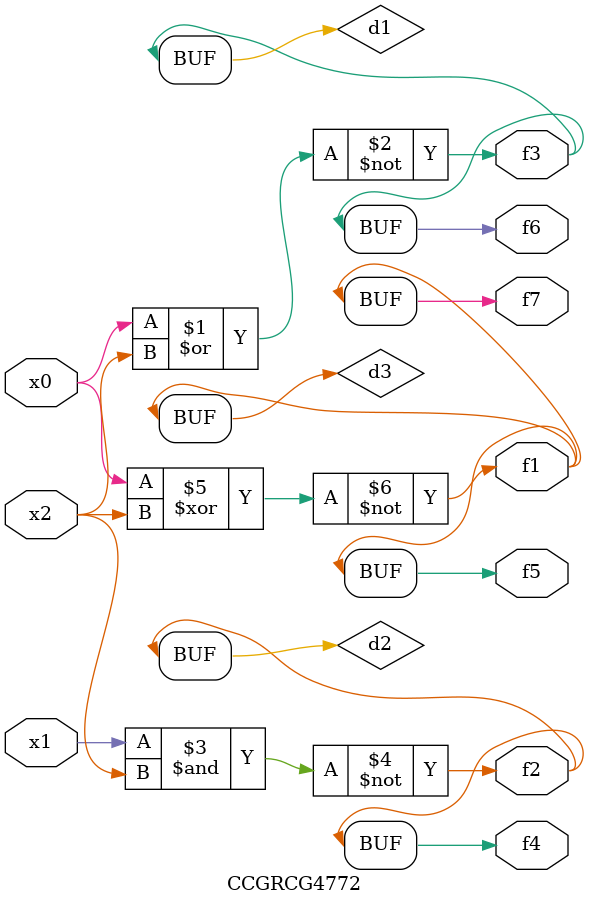
<source format=v>
module CCGRCG4772(
	input x0, x1, x2,
	output f1, f2, f3, f4, f5, f6, f7
);

	wire d1, d2, d3;

	nor (d1, x0, x2);
	nand (d2, x1, x2);
	xnor (d3, x0, x2);
	assign f1 = d3;
	assign f2 = d2;
	assign f3 = d1;
	assign f4 = d2;
	assign f5 = d3;
	assign f6 = d1;
	assign f7 = d3;
endmodule

</source>
